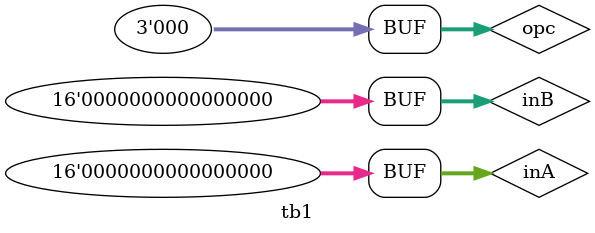
<source format=v>
`timescale 1ns/1ns

module tb1 ();
    reg [15:0]inA, inB;
    reg inc;
    reg [2:0]opc = 3'b0;
    wire zer , neg;
    wire [15:0]w;
    //for synthesized 
    wire syzer , syneg;
    wire [15:0]syw;

    ALU q1(.inA(inA) , .inB(inB) , .inc(inc) , .opc(opc) , .zer(zer) , .neg(neg) , .w(w));
    SY_ALU syq1(.inA(inA) , .inB(inB) , .inc(inc) , .opc(opc) , .zer(syzer) , .neg(syneg) , .w(syw));

    //at the same time
    initial {inA , inB , inc} = $random;
    initial repeat (8) #1000 opc = opc + 3'b001;
    initial repeat (8) #1000 {inA , inB , inc} = $random;

endmodule
</source>
